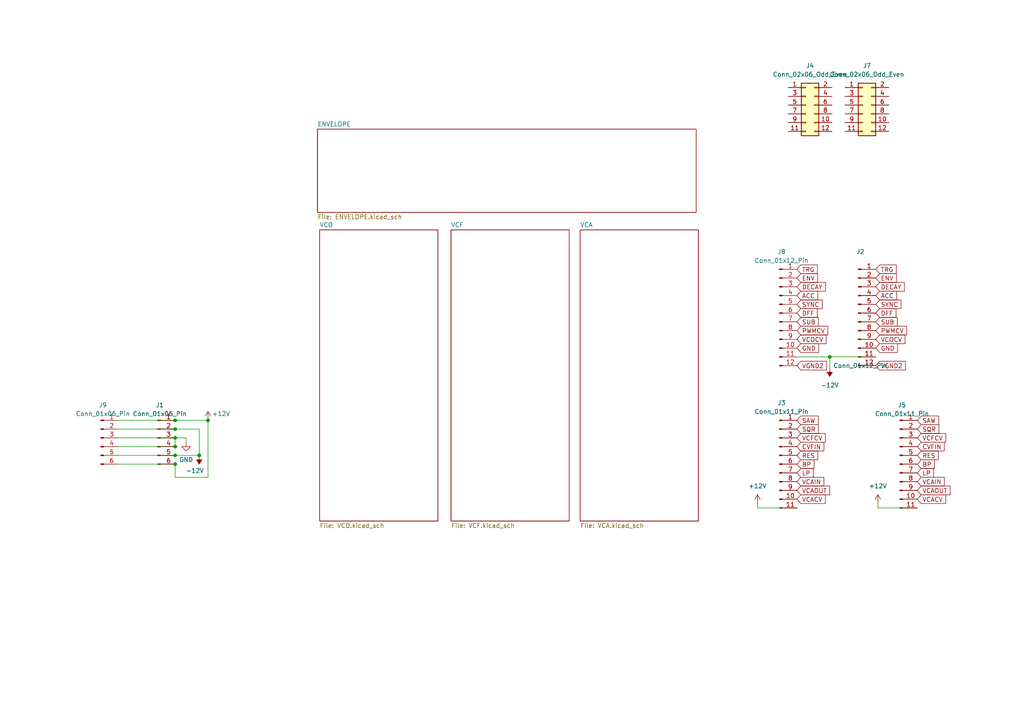
<source format=kicad_sch>
(kicad_sch
	(version 20231120)
	(generator "eeschema")
	(generator_version "8.0")
	(uuid "36b978dd-1fd4-4588-80ff-65fc893d96df")
	(paper "A4")
	(lib_symbols
		(symbol "Connector:Conn_01x06_Pin"
			(pin_names
				(offset 1.016) hide)
			(exclude_from_sim no)
			(in_bom yes)
			(on_board yes)
			(property "Reference" "J"
				(at 0 7.62 0)
				(effects
					(font
						(size 1.27 1.27)
					)
				)
			)
			(property "Value" "Conn_01x06_Pin"
				(at 0 -10.16 0)
				(effects
					(font
						(size 1.27 1.27)
					)
				)
			)
			(property "Footprint" ""
				(at 0 0 0)
				(effects
					(font
						(size 1.27 1.27)
					)
					(hide yes)
				)
			)
			(property "Datasheet" "~"
				(at 0 0 0)
				(effects
					(font
						(size 1.27 1.27)
					)
					(hide yes)
				)
			)
			(property "Description" "Generic connector, single row, 01x06, script generated"
				(at 0 0 0)
				(effects
					(font
						(size 1.27 1.27)
					)
					(hide yes)
				)
			)
			(property "ki_locked" ""
				(at 0 0 0)
				(effects
					(font
						(size 1.27 1.27)
					)
				)
			)
			(property "ki_keywords" "connector"
				(at 0 0 0)
				(effects
					(font
						(size 1.27 1.27)
					)
					(hide yes)
				)
			)
			(property "ki_fp_filters" "Connector*:*_1x??_*"
				(at 0 0 0)
				(effects
					(font
						(size 1.27 1.27)
					)
					(hide yes)
				)
			)
			(symbol "Conn_01x06_Pin_1_1"
				(polyline
					(pts
						(xy 1.27 -7.62) (xy 0.8636 -7.62)
					)
					(stroke
						(width 0.1524)
						(type default)
					)
					(fill
						(type none)
					)
				)
				(polyline
					(pts
						(xy 1.27 -5.08) (xy 0.8636 -5.08)
					)
					(stroke
						(width 0.1524)
						(type default)
					)
					(fill
						(type none)
					)
				)
				(polyline
					(pts
						(xy 1.27 -2.54) (xy 0.8636 -2.54)
					)
					(stroke
						(width 0.1524)
						(type default)
					)
					(fill
						(type none)
					)
				)
				(polyline
					(pts
						(xy 1.27 0) (xy 0.8636 0)
					)
					(stroke
						(width 0.1524)
						(type default)
					)
					(fill
						(type none)
					)
				)
				(polyline
					(pts
						(xy 1.27 2.54) (xy 0.8636 2.54)
					)
					(stroke
						(width 0.1524)
						(type default)
					)
					(fill
						(type none)
					)
				)
				(polyline
					(pts
						(xy 1.27 5.08) (xy 0.8636 5.08)
					)
					(stroke
						(width 0.1524)
						(type default)
					)
					(fill
						(type none)
					)
				)
				(rectangle
					(start 0.8636 -7.493)
					(end 0 -7.747)
					(stroke
						(width 0.1524)
						(type default)
					)
					(fill
						(type outline)
					)
				)
				(rectangle
					(start 0.8636 -4.953)
					(end 0 -5.207)
					(stroke
						(width 0.1524)
						(type default)
					)
					(fill
						(type outline)
					)
				)
				(rectangle
					(start 0.8636 -2.413)
					(end 0 -2.667)
					(stroke
						(width 0.1524)
						(type default)
					)
					(fill
						(type outline)
					)
				)
				(rectangle
					(start 0.8636 0.127)
					(end 0 -0.127)
					(stroke
						(width 0.1524)
						(type default)
					)
					(fill
						(type outline)
					)
				)
				(rectangle
					(start 0.8636 2.667)
					(end 0 2.413)
					(stroke
						(width 0.1524)
						(type default)
					)
					(fill
						(type outline)
					)
				)
				(rectangle
					(start 0.8636 5.207)
					(end 0 4.953)
					(stroke
						(width 0.1524)
						(type default)
					)
					(fill
						(type outline)
					)
				)
				(pin passive line
					(at 5.08 5.08 180)
					(length 3.81)
					(name "Pin_1"
						(effects
							(font
								(size 1.27 1.27)
							)
						)
					)
					(number "1"
						(effects
							(font
								(size 1.27 1.27)
							)
						)
					)
				)
				(pin passive line
					(at 5.08 2.54 180)
					(length 3.81)
					(name "Pin_2"
						(effects
							(font
								(size 1.27 1.27)
							)
						)
					)
					(number "2"
						(effects
							(font
								(size 1.27 1.27)
							)
						)
					)
				)
				(pin passive line
					(at 5.08 0 180)
					(length 3.81)
					(name "Pin_3"
						(effects
							(font
								(size 1.27 1.27)
							)
						)
					)
					(number "3"
						(effects
							(font
								(size 1.27 1.27)
							)
						)
					)
				)
				(pin passive line
					(at 5.08 -2.54 180)
					(length 3.81)
					(name "Pin_4"
						(effects
							(font
								(size 1.27 1.27)
							)
						)
					)
					(number "4"
						(effects
							(font
								(size 1.27 1.27)
							)
						)
					)
				)
				(pin passive line
					(at 5.08 -5.08 180)
					(length 3.81)
					(name "Pin_5"
						(effects
							(font
								(size 1.27 1.27)
							)
						)
					)
					(number "5"
						(effects
							(font
								(size 1.27 1.27)
							)
						)
					)
				)
				(pin passive line
					(at 5.08 -7.62 180)
					(length 3.81)
					(name "Pin_6"
						(effects
							(font
								(size 1.27 1.27)
							)
						)
					)
					(number "6"
						(effects
							(font
								(size 1.27 1.27)
							)
						)
					)
				)
			)
		)
		(symbol "Connector:Conn_01x11_Pin"
			(pin_names
				(offset 1.016) hide)
			(exclude_from_sim no)
			(in_bom yes)
			(on_board yes)
			(property "Reference" "J"
				(at 0 15.24 0)
				(effects
					(font
						(size 1.27 1.27)
					)
				)
			)
			(property "Value" "Conn_01x11_Pin"
				(at 0 -15.24 0)
				(effects
					(font
						(size 1.27 1.27)
					)
				)
			)
			(property "Footprint" ""
				(at 0 0 0)
				(effects
					(font
						(size 1.27 1.27)
					)
					(hide yes)
				)
			)
			(property "Datasheet" "~"
				(at 0 0 0)
				(effects
					(font
						(size 1.27 1.27)
					)
					(hide yes)
				)
			)
			(property "Description" "Generic connector, single row, 01x11, script generated"
				(at 0 0 0)
				(effects
					(font
						(size 1.27 1.27)
					)
					(hide yes)
				)
			)
			(property "ki_locked" ""
				(at 0 0 0)
				(effects
					(font
						(size 1.27 1.27)
					)
				)
			)
			(property "ki_keywords" "connector"
				(at 0 0 0)
				(effects
					(font
						(size 1.27 1.27)
					)
					(hide yes)
				)
			)
			(property "ki_fp_filters" "Connector*:*_1x??_*"
				(at 0 0 0)
				(effects
					(font
						(size 1.27 1.27)
					)
					(hide yes)
				)
			)
			(symbol "Conn_01x11_Pin_1_1"
				(polyline
					(pts
						(xy 1.27 -12.7) (xy 0.8636 -12.7)
					)
					(stroke
						(width 0.1524)
						(type default)
					)
					(fill
						(type none)
					)
				)
				(polyline
					(pts
						(xy 1.27 -10.16) (xy 0.8636 -10.16)
					)
					(stroke
						(width 0.1524)
						(type default)
					)
					(fill
						(type none)
					)
				)
				(polyline
					(pts
						(xy 1.27 -7.62) (xy 0.8636 -7.62)
					)
					(stroke
						(width 0.1524)
						(type default)
					)
					(fill
						(type none)
					)
				)
				(polyline
					(pts
						(xy 1.27 -5.08) (xy 0.8636 -5.08)
					)
					(stroke
						(width 0.1524)
						(type default)
					)
					(fill
						(type none)
					)
				)
				(polyline
					(pts
						(xy 1.27 -2.54) (xy 0.8636 -2.54)
					)
					(stroke
						(width 0.1524)
						(type default)
					)
					(fill
						(type none)
					)
				)
				(polyline
					(pts
						(xy 1.27 0) (xy 0.8636 0)
					)
					(stroke
						(width 0.1524)
						(type default)
					)
					(fill
						(type none)
					)
				)
				(polyline
					(pts
						(xy 1.27 2.54) (xy 0.8636 2.54)
					)
					(stroke
						(width 0.1524)
						(type default)
					)
					(fill
						(type none)
					)
				)
				(polyline
					(pts
						(xy 1.27 5.08) (xy 0.8636 5.08)
					)
					(stroke
						(width 0.1524)
						(type default)
					)
					(fill
						(type none)
					)
				)
				(polyline
					(pts
						(xy 1.27 7.62) (xy 0.8636 7.62)
					)
					(stroke
						(width 0.1524)
						(type default)
					)
					(fill
						(type none)
					)
				)
				(polyline
					(pts
						(xy 1.27 10.16) (xy 0.8636 10.16)
					)
					(stroke
						(width 0.1524)
						(type default)
					)
					(fill
						(type none)
					)
				)
				(polyline
					(pts
						(xy 1.27 12.7) (xy 0.8636 12.7)
					)
					(stroke
						(width 0.1524)
						(type default)
					)
					(fill
						(type none)
					)
				)
				(rectangle
					(start 0.8636 -12.573)
					(end 0 -12.827)
					(stroke
						(width 0.1524)
						(type default)
					)
					(fill
						(type outline)
					)
				)
				(rectangle
					(start 0.8636 -10.033)
					(end 0 -10.287)
					(stroke
						(width 0.1524)
						(type default)
					)
					(fill
						(type outline)
					)
				)
				(rectangle
					(start 0.8636 -7.493)
					(end 0 -7.747)
					(stroke
						(width 0.1524)
						(type default)
					)
					(fill
						(type outline)
					)
				)
				(rectangle
					(start 0.8636 -4.953)
					(end 0 -5.207)
					(stroke
						(width 0.1524)
						(type default)
					)
					(fill
						(type outline)
					)
				)
				(rectangle
					(start 0.8636 -2.413)
					(end 0 -2.667)
					(stroke
						(width 0.1524)
						(type default)
					)
					(fill
						(type outline)
					)
				)
				(rectangle
					(start 0.8636 0.127)
					(end 0 -0.127)
					(stroke
						(width 0.1524)
						(type default)
					)
					(fill
						(type outline)
					)
				)
				(rectangle
					(start 0.8636 2.667)
					(end 0 2.413)
					(stroke
						(width 0.1524)
						(type default)
					)
					(fill
						(type outline)
					)
				)
				(rectangle
					(start 0.8636 5.207)
					(end 0 4.953)
					(stroke
						(width 0.1524)
						(type default)
					)
					(fill
						(type outline)
					)
				)
				(rectangle
					(start 0.8636 7.747)
					(end 0 7.493)
					(stroke
						(width 0.1524)
						(type default)
					)
					(fill
						(type outline)
					)
				)
				(rectangle
					(start 0.8636 10.287)
					(end 0 10.033)
					(stroke
						(width 0.1524)
						(type default)
					)
					(fill
						(type outline)
					)
				)
				(rectangle
					(start 0.8636 12.827)
					(end 0 12.573)
					(stroke
						(width 0.1524)
						(type default)
					)
					(fill
						(type outline)
					)
				)
				(pin passive line
					(at 5.08 12.7 180)
					(length 3.81)
					(name "Pin_1"
						(effects
							(font
								(size 1.27 1.27)
							)
						)
					)
					(number "1"
						(effects
							(font
								(size 1.27 1.27)
							)
						)
					)
				)
				(pin passive line
					(at 5.08 -10.16 180)
					(length 3.81)
					(name "Pin_10"
						(effects
							(font
								(size 1.27 1.27)
							)
						)
					)
					(number "10"
						(effects
							(font
								(size 1.27 1.27)
							)
						)
					)
				)
				(pin passive line
					(at 5.08 -12.7 180)
					(length 3.81)
					(name "Pin_11"
						(effects
							(font
								(size 1.27 1.27)
							)
						)
					)
					(number "11"
						(effects
							(font
								(size 1.27 1.27)
							)
						)
					)
				)
				(pin passive line
					(at 5.08 10.16 180)
					(length 3.81)
					(name "Pin_2"
						(effects
							(font
								(size 1.27 1.27)
							)
						)
					)
					(number "2"
						(effects
							(font
								(size 1.27 1.27)
							)
						)
					)
				)
				(pin passive line
					(at 5.08 7.62 180)
					(length 3.81)
					(name "Pin_3"
						(effects
							(font
								(size 1.27 1.27)
							)
						)
					)
					(number "3"
						(effects
							(font
								(size 1.27 1.27)
							)
						)
					)
				)
				(pin passive line
					(at 5.08 5.08 180)
					(length 3.81)
					(name "Pin_4"
						(effects
							(font
								(size 1.27 1.27)
							)
						)
					)
					(number "4"
						(effects
							(font
								(size 1.27 1.27)
							)
						)
					)
				)
				(pin passive line
					(at 5.08 2.54 180)
					(length 3.81)
					(name "Pin_5"
						(effects
							(font
								(size 1.27 1.27)
							)
						)
					)
					(number "5"
						(effects
							(font
								(size 1.27 1.27)
							)
						)
					)
				)
				(pin passive line
					(at 5.08 0 180)
					(length 3.81)
					(name "Pin_6"
						(effects
							(font
								(size 1.27 1.27)
							)
						)
					)
					(number "6"
						(effects
							(font
								(size 1.27 1.27)
							)
						)
					)
				)
				(pin passive line
					(at 5.08 -2.54 180)
					(length 3.81)
					(name "Pin_7"
						(effects
							(font
								(size 1.27 1.27)
							)
						)
					)
					(number "7"
						(effects
							(font
								(size 1.27 1.27)
							)
						)
					)
				)
				(pin passive line
					(at 5.08 -5.08 180)
					(length 3.81)
					(name "Pin_8"
						(effects
							(font
								(size 1.27 1.27)
							)
						)
					)
					(number "8"
						(effects
							(font
								(size 1.27 1.27)
							)
						)
					)
				)
				(pin passive line
					(at 5.08 -7.62 180)
					(length 3.81)
					(name "Pin_9"
						(effects
							(font
								(size 1.27 1.27)
							)
						)
					)
					(number "9"
						(effects
							(font
								(size 1.27 1.27)
							)
						)
					)
				)
			)
		)
		(symbol "Connector:Conn_01x12_Pin"
			(pin_names
				(offset 1.016) hide)
			(exclude_from_sim no)
			(in_bom yes)
			(on_board yes)
			(property "Reference" "J"
				(at 0 15.24 0)
				(effects
					(font
						(size 1.27 1.27)
					)
				)
			)
			(property "Value" "Conn_01x12_Pin"
				(at 0 -17.78 0)
				(effects
					(font
						(size 1.27 1.27)
					)
				)
			)
			(property "Footprint" ""
				(at 0 0 0)
				(effects
					(font
						(size 1.27 1.27)
					)
					(hide yes)
				)
			)
			(property "Datasheet" "~"
				(at 0 0 0)
				(effects
					(font
						(size 1.27 1.27)
					)
					(hide yes)
				)
			)
			(property "Description" "Generic connector, single row, 01x12, script generated"
				(at 0 0 0)
				(effects
					(font
						(size 1.27 1.27)
					)
					(hide yes)
				)
			)
			(property "ki_locked" ""
				(at 0 0 0)
				(effects
					(font
						(size 1.27 1.27)
					)
				)
			)
			(property "ki_keywords" "connector"
				(at 0 0 0)
				(effects
					(font
						(size 1.27 1.27)
					)
					(hide yes)
				)
			)
			(property "ki_fp_filters" "Connector*:*_1x??_*"
				(at 0 0 0)
				(effects
					(font
						(size 1.27 1.27)
					)
					(hide yes)
				)
			)
			(symbol "Conn_01x12_Pin_1_1"
				(polyline
					(pts
						(xy 1.27 -15.24) (xy 0.8636 -15.24)
					)
					(stroke
						(width 0.1524)
						(type default)
					)
					(fill
						(type none)
					)
				)
				(polyline
					(pts
						(xy 1.27 -12.7) (xy 0.8636 -12.7)
					)
					(stroke
						(width 0.1524)
						(type default)
					)
					(fill
						(type none)
					)
				)
				(polyline
					(pts
						(xy 1.27 -10.16) (xy 0.8636 -10.16)
					)
					(stroke
						(width 0.1524)
						(type default)
					)
					(fill
						(type none)
					)
				)
				(polyline
					(pts
						(xy 1.27 -7.62) (xy 0.8636 -7.62)
					)
					(stroke
						(width 0.1524)
						(type default)
					)
					(fill
						(type none)
					)
				)
				(polyline
					(pts
						(xy 1.27 -5.08) (xy 0.8636 -5.08)
					)
					(stroke
						(width 0.1524)
						(type default)
					)
					(fill
						(type none)
					)
				)
				(polyline
					(pts
						(xy 1.27 -2.54) (xy 0.8636 -2.54)
					)
					(stroke
						(width 0.1524)
						(type default)
					)
					(fill
						(type none)
					)
				)
				(polyline
					(pts
						(xy 1.27 0) (xy 0.8636 0)
					)
					(stroke
						(width 0.1524)
						(type default)
					)
					(fill
						(type none)
					)
				)
				(polyline
					(pts
						(xy 1.27 2.54) (xy 0.8636 2.54)
					)
					(stroke
						(width 0.1524)
						(type default)
					)
					(fill
						(type none)
					)
				)
				(polyline
					(pts
						(xy 1.27 5.08) (xy 0.8636 5.08)
					)
					(stroke
						(width 0.1524)
						(type default)
					)
					(fill
						(type none)
					)
				)
				(polyline
					(pts
						(xy 1.27 7.62) (xy 0.8636 7.62)
					)
					(stroke
						(width 0.1524)
						(type default)
					)
					(fill
						(type none)
					)
				)
				(polyline
					(pts
						(xy 1.27 10.16) (xy 0.8636 10.16)
					)
					(stroke
						(width 0.1524)
						(type default)
					)
					(fill
						(type none)
					)
				)
				(polyline
					(pts
						(xy 1.27 12.7) (xy 0.8636 12.7)
					)
					(stroke
						(width 0.1524)
						(type default)
					)
					(fill
						(type none)
					)
				)
				(rectangle
					(start 0.8636 -15.113)
					(end 0 -15.367)
					(stroke
						(width 0.1524)
						(type default)
					)
					(fill
						(type outline)
					)
				)
				(rectangle
					(start 0.8636 -12.573)
					(end 0 -12.827)
					(stroke
						(width 0.1524)
						(type default)
					)
					(fill
						(type outline)
					)
				)
				(rectangle
					(start 0.8636 -10.033)
					(end 0 -10.287)
					(stroke
						(width 0.1524)
						(type default)
					)
					(fill
						(type outline)
					)
				)
				(rectangle
					(start 0.8636 -7.493)
					(end 0 -7.747)
					(stroke
						(width 0.1524)
						(type default)
					)
					(fill
						(type outline)
					)
				)
				(rectangle
					(start 0.8636 -4.953)
					(end 0 -5.207)
					(stroke
						(width 0.1524)
						(type default)
					)
					(fill
						(type outline)
					)
				)
				(rectangle
					(start 0.8636 -2.413)
					(end 0 -2.667)
					(stroke
						(width 0.1524)
						(type default)
					)
					(fill
						(type outline)
					)
				)
				(rectangle
					(start 0.8636 0.127)
					(end 0 -0.127)
					(stroke
						(width 0.1524)
						(type default)
					)
					(fill
						(type outline)
					)
				)
				(rectangle
					(start 0.8636 2.667)
					(end 0 2.413)
					(stroke
						(width 0.1524)
						(type default)
					)
					(fill
						(type outline)
					)
				)
				(rectangle
					(start 0.8636 5.207)
					(end 0 4.953)
					(stroke
						(width 0.1524)
						(type default)
					)
					(fill
						(type outline)
					)
				)
				(rectangle
					(start 0.8636 7.747)
					(end 0 7.493)
					(stroke
						(width 0.1524)
						(type default)
					)
					(fill
						(type outline)
					)
				)
				(rectangle
					(start 0.8636 10.287)
					(end 0 10.033)
					(stroke
						(width 0.1524)
						(type default)
					)
					(fill
						(type outline)
					)
				)
				(rectangle
					(start 0.8636 12.827)
					(end 0 12.573)
					(stroke
						(width 0.1524)
						(type default)
					)
					(fill
						(type outline)
					)
				)
				(pin passive line
					(at 5.08 12.7 180)
					(length 3.81)
					(name "Pin_1"
						(effects
							(font
								(size 1.27 1.27)
							)
						)
					)
					(number "1"
						(effects
							(font
								(size 1.27 1.27)
							)
						)
					)
				)
				(pin passive line
					(at 5.08 -10.16 180)
					(length 3.81)
					(name "Pin_10"
						(effects
							(font
								(size 1.27 1.27)
							)
						)
					)
					(number "10"
						(effects
							(font
								(size 1.27 1.27)
							)
						)
					)
				)
				(pin passive line
					(at 5.08 -12.7 180)
					(length 3.81)
					(name "Pin_11"
						(effects
							(font
								(size 1.27 1.27)
							)
						)
					)
					(number "11"
						(effects
							(font
								(size 1.27 1.27)
							)
						)
					)
				)
				(pin passive line
					(at 5.08 -15.24 180)
					(length 3.81)
					(name "Pin_12"
						(effects
							(font
								(size 1.27 1.27)
							)
						)
					)
					(number "12"
						(effects
							(font
								(size 1.27 1.27)
							)
						)
					)
				)
				(pin passive line
					(at 5.08 10.16 180)
					(length 3.81)
					(name "Pin_2"
						(effects
							(font
								(size 1.27 1.27)
							)
						)
					)
					(number "2"
						(effects
							(font
								(size 1.27 1.27)
							)
						)
					)
				)
				(pin passive line
					(at 5.08 7.62 180)
					(length 3.81)
					(name "Pin_3"
						(effects
							(font
								(size 1.27 1.27)
							)
						)
					)
					(number "3"
						(effects
							(font
								(size 1.27 1.27)
							)
						)
					)
				)
				(pin passive line
					(at 5.08 5.08 180)
					(length 3.81)
					(name "Pin_4"
						(effects
							(font
								(size 1.27 1.27)
							)
						)
					)
					(number "4"
						(effects
							(font
								(size 1.27 1.27)
							)
						)
					)
				)
				(pin passive line
					(at 5.08 2.54 180)
					(length 3.81)
					(name "Pin_5"
						(effects
							(font
								(size 1.27 1.27)
							)
						)
					)
					(number "5"
						(effects
							(font
								(size 1.27 1.27)
							)
						)
					)
				)
				(pin passive line
					(at 5.08 0 180)
					(length 3.81)
					(name "Pin_6"
						(effects
							(font
								(size 1.27 1.27)
							)
						)
					)
					(number "6"
						(effects
							(font
								(size 1.27 1.27)
							)
						)
					)
				)
				(pin passive line
					(at 5.08 -2.54 180)
					(length 3.81)
					(name "Pin_7"
						(effects
							(font
								(size 1.27 1.27)
							)
						)
					)
					(number "7"
						(effects
							(font
								(size 1.27 1.27)
							)
						)
					)
				)
				(pin passive line
					(at 5.08 -5.08 180)
					(length 3.81)
					(name "Pin_8"
						(effects
							(font
								(size 1.27 1.27)
							)
						)
					)
					(number "8"
						(effects
							(font
								(size 1.27 1.27)
							)
						)
					)
				)
				(pin passive line
					(at 5.08 -7.62 180)
					(length 3.81)
					(name "Pin_9"
						(effects
							(font
								(size 1.27 1.27)
							)
						)
					)
					(number "9"
						(effects
							(font
								(size 1.27 1.27)
							)
						)
					)
				)
			)
		)
		(symbol "Connector_Generic:Conn_02x06_Odd_Even"
			(pin_names
				(offset 1.016) hide)
			(exclude_from_sim no)
			(in_bom yes)
			(on_board yes)
			(property "Reference" "J"
				(at 1.27 7.62 0)
				(effects
					(font
						(size 1.27 1.27)
					)
				)
			)
			(property "Value" "Conn_02x06_Odd_Even"
				(at 1.27 -10.16 0)
				(effects
					(font
						(size 1.27 1.27)
					)
				)
			)
			(property "Footprint" ""
				(at 0 0 0)
				(effects
					(font
						(size 1.27 1.27)
					)
					(hide yes)
				)
			)
			(property "Datasheet" "~"
				(at 0 0 0)
				(effects
					(font
						(size 1.27 1.27)
					)
					(hide yes)
				)
			)
			(property "Description" "Generic connector, double row, 02x06, odd/even pin numbering scheme (row 1 odd numbers, row 2 even numbers), script generated (kicad-library-utils/schlib/autogen/connector/)"
				(at 0 0 0)
				(effects
					(font
						(size 1.27 1.27)
					)
					(hide yes)
				)
			)
			(property "ki_keywords" "connector"
				(at 0 0 0)
				(effects
					(font
						(size 1.27 1.27)
					)
					(hide yes)
				)
			)
			(property "ki_fp_filters" "Connector*:*_2x??_*"
				(at 0 0 0)
				(effects
					(font
						(size 1.27 1.27)
					)
					(hide yes)
				)
			)
			(symbol "Conn_02x06_Odd_Even_1_1"
				(rectangle
					(start -1.27 -7.493)
					(end 0 -7.747)
					(stroke
						(width 0.1524)
						(type default)
					)
					(fill
						(type none)
					)
				)
				(rectangle
					(start -1.27 -4.953)
					(end 0 -5.207)
					(stroke
						(width 0.1524)
						(type default)
					)
					(fill
						(type none)
					)
				)
				(rectangle
					(start -1.27 -2.413)
					(end 0 -2.667)
					(stroke
						(width 0.1524)
						(type default)
					)
					(fill
						(type none)
					)
				)
				(rectangle
					(start -1.27 0.127)
					(end 0 -0.127)
					(stroke
						(width 0.1524)
						(type default)
					)
					(fill
						(type none)
					)
				)
				(rectangle
					(start -1.27 2.667)
					(end 0 2.413)
					(stroke
						(width 0.1524)
						(type default)
					)
					(fill
						(type none)
					)
				)
				(rectangle
					(start -1.27 5.207)
					(end 0 4.953)
					(stroke
						(width 0.1524)
						(type default)
					)
					(fill
						(type none)
					)
				)
				(rectangle
					(start -1.27 6.35)
					(end 3.81 -8.89)
					(stroke
						(width 0.254)
						(type default)
					)
					(fill
						(type background)
					)
				)
				(rectangle
					(start 3.81 -7.493)
					(end 2.54 -7.747)
					(stroke
						(width 0.1524)
						(type default)
					)
					(fill
						(type none)
					)
				)
				(rectangle
					(start 3.81 -4.953)
					(end 2.54 -5.207)
					(stroke
						(width 0.1524)
						(type default)
					)
					(fill
						(type none)
					)
				)
				(rectangle
					(start 3.81 -2.413)
					(end 2.54 -2.667)
					(stroke
						(width 0.1524)
						(type default)
					)
					(fill
						(type none)
					)
				)
				(rectangle
					(start 3.81 0.127)
					(end 2.54 -0.127)
					(stroke
						(width 0.1524)
						(type default)
					)
					(fill
						(type none)
					)
				)
				(rectangle
					(start 3.81 2.667)
					(end 2.54 2.413)
					(stroke
						(width 0.1524)
						(type default)
					)
					(fill
						(type none)
					)
				)
				(rectangle
					(start 3.81 5.207)
					(end 2.54 4.953)
					(stroke
						(width 0.1524)
						(type default)
					)
					(fill
						(type none)
					)
				)
				(pin passive line
					(at -5.08 5.08 0)
					(length 3.81)
					(name "Pin_1"
						(effects
							(font
								(size 1.27 1.27)
							)
						)
					)
					(number "1"
						(effects
							(font
								(size 1.27 1.27)
							)
						)
					)
				)
				(pin passive line
					(at 7.62 -5.08 180)
					(length 3.81)
					(name "Pin_10"
						(effects
							(font
								(size 1.27 1.27)
							)
						)
					)
					(number "10"
						(effects
							(font
								(size 1.27 1.27)
							)
						)
					)
				)
				(pin passive line
					(at -5.08 -7.62 0)
					(length 3.81)
					(name "Pin_11"
						(effects
							(font
								(size 1.27 1.27)
							)
						)
					)
					(number "11"
						(effects
							(font
								(size 1.27 1.27)
							)
						)
					)
				)
				(pin passive line
					(at 7.62 -7.62 180)
					(length 3.81)
					(name "Pin_12"
						(effects
							(font
								(size 1.27 1.27)
							)
						)
					)
					(number "12"
						(effects
							(font
								(size 1.27 1.27)
							)
						)
					)
				)
				(pin passive line
					(at 7.62 5.08 180)
					(length 3.81)
					(name "Pin_2"
						(effects
							(font
								(size 1.27 1.27)
							)
						)
					)
					(number "2"
						(effects
							(font
								(size 1.27 1.27)
							)
						)
					)
				)
				(pin passive line
					(at -5.08 2.54 0)
					(length 3.81)
					(name "Pin_3"
						(effects
							(font
								(size 1.27 1.27)
							)
						)
					)
					(number "3"
						(effects
							(font
								(size 1.27 1.27)
							)
						)
					)
				)
				(pin passive line
					(at 7.62 2.54 180)
					(length 3.81)
					(name "Pin_4"
						(effects
							(font
								(size 1.27 1.27)
							)
						)
					)
					(number "4"
						(effects
							(font
								(size 1.27 1.27)
							)
						)
					)
				)
				(pin passive line
					(at -5.08 0 0)
					(length 3.81)
					(name "Pin_5"
						(effects
							(font
								(size 1.27 1.27)
							)
						)
					)
					(number "5"
						(effects
							(font
								(size 1.27 1.27)
							)
						)
					)
				)
				(pin passive line
					(at 7.62 0 180)
					(length 3.81)
					(name "Pin_6"
						(effects
							(font
								(size 1.27 1.27)
							)
						)
					)
					(number "6"
						(effects
							(font
								(size 1.27 1.27)
							)
						)
					)
				)
				(pin passive line
					(at -5.08 -2.54 0)
					(length 3.81)
					(name "Pin_7"
						(effects
							(font
								(size 1.27 1.27)
							)
						)
					)
					(number "7"
						(effects
							(font
								(size 1.27 1.27)
							)
						)
					)
				)
				(pin passive line
					(at 7.62 -2.54 180)
					(length 3.81)
					(name "Pin_8"
						(effects
							(font
								(size 1.27 1.27)
							)
						)
					)
					(number "8"
						(effects
							(font
								(size 1.27 1.27)
							)
						)
					)
				)
				(pin passive line
					(at -5.08 -5.08 0)
					(length 3.81)
					(name "Pin_9"
						(effects
							(font
								(size 1.27 1.27)
							)
						)
					)
					(number "9"
						(effects
							(font
								(size 1.27 1.27)
							)
						)
					)
				)
			)
		)
		(symbol "power:+12V"
			(power)
			(pin_names
				(offset 0)
			)
			(exclude_from_sim no)
			(in_bom yes)
			(on_board yes)
			(property "Reference" "#PWR"
				(at 0 -3.81 0)
				(effects
					(font
						(size 1.27 1.27)
					)
					(hide yes)
				)
			)
			(property "Value" "+12V"
				(at 0 3.556 0)
				(effects
					(font
						(size 1.27 1.27)
					)
				)
			)
			(property "Footprint" ""
				(at 0 0 0)
				(effects
					(font
						(size 1.27 1.27)
					)
					(hide yes)
				)
			)
			(property "Datasheet" ""
				(at 0 0 0)
				(effects
					(font
						(size 1.27 1.27)
					)
					(hide yes)
				)
			)
			(property "Description" "Power symbol creates a global label with name \"+12V\""
				(at 0 0 0)
				(effects
					(font
						(size 1.27 1.27)
					)
					(hide yes)
				)
			)
			(property "ki_keywords" "global power"
				(at 0 0 0)
				(effects
					(font
						(size 1.27 1.27)
					)
					(hide yes)
				)
			)
			(symbol "+12V_0_1"
				(polyline
					(pts
						(xy -0.762 1.27) (xy 0 2.54)
					)
					(stroke
						(width 0)
						(type default)
					)
					(fill
						(type none)
					)
				)
				(polyline
					(pts
						(xy 0 0) (xy 0 2.54)
					)
					(stroke
						(width 0)
						(type default)
					)
					(fill
						(type none)
					)
				)
				(polyline
					(pts
						(xy 0 2.54) (xy 0.762 1.27)
					)
					(stroke
						(width 0)
						(type default)
					)
					(fill
						(type none)
					)
				)
			)
			(symbol "+12V_1_1"
				(pin power_in line
					(at 0 0 90)
					(length 0) hide
					(name "+12V"
						(effects
							(font
								(size 1.27 1.27)
							)
						)
					)
					(number "1"
						(effects
							(font
								(size 1.27 1.27)
							)
						)
					)
				)
			)
		)
		(symbol "power:-12V"
			(power)
			(pin_names
				(offset 0)
			)
			(exclude_from_sim no)
			(in_bom yes)
			(on_board yes)
			(property "Reference" "#PWR"
				(at 0 2.54 0)
				(effects
					(font
						(size 1.27 1.27)
					)
					(hide yes)
				)
			)
			(property "Value" "-12V"
				(at 0 3.81 0)
				(effects
					(font
						(size 1.27 1.27)
					)
				)
			)
			(property "Footprint" ""
				(at 0 0 0)
				(effects
					(font
						(size 1.27 1.27)
					)
					(hide yes)
				)
			)
			(property "Datasheet" ""
				(at 0 0 0)
				(effects
					(font
						(size 1.27 1.27)
					)
					(hide yes)
				)
			)
			(property "Description" "Power symbol creates a global label with name \"-12V\""
				(at 0 0 0)
				(effects
					(font
						(size 1.27 1.27)
					)
					(hide yes)
				)
			)
			(property "ki_keywords" "global power"
				(at 0 0 0)
				(effects
					(font
						(size 1.27 1.27)
					)
					(hide yes)
				)
			)
			(symbol "-12V_0_0"
				(pin power_in line
					(at 0 0 90)
					(length 0) hide
					(name "-12V"
						(effects
							(font
								(size 1.27 1.27)
							)
						)
					)
					(number "1"
						(effects
							(font
								(size 1.27 1.27)
							)
						)
					)
				)
			)
			(symbol "-12V_0_1"
				(polyline
					(pts
						(xy 0 0) (xy 0 1.27) (xy 0.762 1.27) (xy 0 2.54) (xy -0.762 1.27) (xy 0 1.27)
					)
					(stroke
						(width 0)
						(type default)
					)
					(fill
						(type outline)
					)
				)
			)
		)
		(symbol "power:GND"
			(power)
			(pin_names
				(offset 0)
			)
			(exclude_from_sim no)
			(in_bom yes)
			(on_board yes)
			(property "Reference" "#PWR"
				(at 0 -6.35 0)
				(effects
					(font
						(size 1.27 1.27)
					)
					(hide yes)
				)
			)
			(property "Value" "GND"
				(at 0 -3.81 0)
				(effects
					(font
						(size 1.27 1.27)
					)
				)
			)
			(property "Footprint" ""
				(at 0 0 0)
				(effects
					(font
						(size 1.27 1.27)
					)
					(hide yes)
				)
			)
			(property "Datasheet" ""
				(at 0 0 0)
				(effects
					(font
						(size 1.27 1.27)
					)
					(hide yes)
				)
			)
			(property "Description" "Power symbol creates a global label with name \"GND\" , ground"
				(at 0 0 0)
				(effects
					(font
						(size 1.27 1.27)
					)
					(hide yes)
				)
			)
			(property "ki_keywords" "power-flag"
				(at 0 0 0)
				(effects
					(font
						(size 1.27 1.27)
					)
					(hide yes)
				)
			)
			(symbol "GND_0_1"
				(polyline
					(pts
						(xy 0 0) (xy 0 -1.27) (xy 1.27 -1.27) (xy 0 -2.54) (xy -1.27 -1.27) (xy 0 -1.27)
					)
					(stroke
						(width 0)
						(type default)
					)
					(fill
						(type none)
					)
				)
			)
			(symbol "GND_1_1"
				(pin power_in line
					(at 0 0 270)
					(length 0) hide
					(name "GND"
						(effects
							(font
								(size 1.27 1.27)
							)
						)
					)
					(number "1"
						(effects
							(font
								(size 1.27 1.27)
							)
						)
					)
				)
			)
		)
	)
	(junction
		(at 50.8 127)
		(diameter 0)
		(color 0 0 0 0)
		(uuid "0506cda0-d6a9-40eb-944f-44c64ff1eba4")
	)
	(junction
		(at 57.785 132.08)
		(diameter 0)
		(color 0 0 0 0)
		(uuid "46b016a5-6e45-4b88-b201-1a4133e8e13a")
	)
	(junction
		(at 50.8 129.54)
		(diameter 0)
		(color 0 0 0 0)
		(uuid "4d3a1c31-ac64-4055-91b9-5fe58e19c1fe")
	)
	(junction
		(at 50.8 134.62)
		(diameter 0)
		(color 0 0 0 0)
		(uuid "55ae9adb-29c1-4df0-9be4-f2426ced3073")
	)
	(junction
		(at 50.8 121.92)
		(diameter 0)
		(color 0 0 0 0)
		(uuid "651fd4c9-e6e8-4744-acbb-3d61089b50e6")
	)
	(junction
		(at 240.665 103.505)
		(diameter 0)
		(color 0 0 0 0)
		(uuid "99edb42d-b608-46e6-8262-99132cf538ad")
	)
	(junction
		(at 60.325 121.92)
		(diameter 0)
		(color 0 0 0 0)
		(uuid "c1d79986-1044-4a0c-9767-4a83d2cecc0a")
	)
	(junction
		(at 50.8 124.46)
		(diameter 0)
		(color 0 0 0 0)
		(uuid "d33e2684-6818-4628-a561-003a6bf3bcae")
	)
	(junction
		(at 50.8 132.08)
		(diameter 0)
		(color 0 0 0 0)
		(uuid "e12a369b-e5b0-415c-ba13-5452b07a6613")
	)
	(wire
		(pts
			(xy 219.71 146.05) (xy 219.71 147.32)
		)
		(stroke
			(width 0)
			(type default)
		)
		(uuid "0c4cd882-5535-47ef-8314-325007ae6306")
	)
	(wire
		(pts
			(xy 34.29 124.46) (xy 50.8 124.46)
		)
		(stroke
			(width 0)
			(type default)
		)
		(uuid "0c8241c5-e225-417f-8be8-e2eab93c7de4")
	)
	(wire
		(pts
			(xy 53.975 127) (xy 50.8 127)
		)
		(stroke
			(width 0)
			(type default)
		)
		(uuid "10b27dd1-bfb6-4056-b021-a8729399e56d")
	)
	(wire
		(pts
			(xy 34.29 127) (xy 50.8 127)
		)
		(stroke
			(width 0)
			(type default)
		)
		(uuid "274cec02-6f64-4a62-a522-e749bd6f1228")
	)
	(wire
		(pts
			(xy 34.29 132.08) (xy 50.8 132.08)
		)
		(stroke
			(width 0)
			(type default)
		)
		(uuid "2f8f8f5c-e993-451b-ba97-1fee7f70b307")
	)
	(wire
		(pts
			(xy 50.8 124.46) (xy 57.785 124.46)
		)
		(stroke
			(width 0)
			(type default)
		)
		(uuid "3e2bc315-4f67-4af2-8ec6-15d4abb45060")
	)
	(wire
		(pts
			(xy 50.8 121.92) (xy 60.325 121.92)
		)
		(stroke
			(width 0)
			(type default)
		)
		(uuid "48b4d30e-9ce6-4945-bfc6-db693c61f106")
	)
	(wire
		(pts
			(xy 219.71 147.32) (xy 231.14 147.32)
		)
		(stroke
			(width 0)
			(type default)
		)
		(uuid "4a4c6dd7-7e27-4172-996b-099afd09b334")
	)
	(wire
		(pts
			(xy 57.785 132.08) (xy 57.785 124.46)
		)
		(stroke
			(width 0)
			(type default)
		)
		(uuid "4f4d5707-7e45-4bea-b15d-2784e3fa2383")
	)
	(wire
		(pts
			(xy 50.8 132.08) (xy 57.785 132.08)
		)
		(stroke
			(width 0)
			(type default)
		)
		(uuid "5d9fb4bc-8c3f-4af6-a93a-79268f19f398")
	)
	(wire
		(pts
			(xy 254.635 147.32) (xy 266.065 147.32)
		)
		(stroke
			(width 0)
			(type default)
		)
		(uuid "5e633843-b44c-4162-b975-dc1230e2e059")
	)
	(wire
		(pts
			(xy 50.8 127) (xy 50.8 129.54)
		)
		(stroke
			(width 0)
			(type default)
		)
		(uuid "6dbb550a-5be0-40e5-9ec5-b468ff441fac")
	)
	(wire
		(pts
			(xy 240.665 103.505) (xy 254 103.505)
		)
		(stroke
			(width 0)
			(type default)
		)
		(uuid "7477b429-7f30-4cd0-9f22-1432a9d7d2ac")
	)
	(wire
		(pts
			(xy 254.635 146.05) (xy 254.635 147.32)
		)
		(stroke
			(width 0)
			(type default)
		)
		(uuid "7613f8df-fd37-4b21-8ad3-06534ac3ab44")
	)
	(wire
		(pts
			(xy 34.29 134.62) (xy 50.8 134.62)
		)
		(stroke
			(width 0)
			(type default)
		)
		(uuid "7bd066d2-5f41-45ce-b509-15247dcb92cc")
	)
	(wire
		(pts
			(xy 34.29 129.54) (xy 50.8 129.54)
		)
		(stroke
			(width 0)
			(type default)
		)
		(uuid "8038983e-e366-4227-8183-4fd2b9374985")
	)
	(wire
		(pts
			(xy 240.665 106.68) (xy 240.665 103.505)
		)
		(stroke
			(width 0)
			(type default)
		)
		(uuid "82c365bb-0b00-4b24-986f-5d334ae04371")
	)
	(wire
		(pts
			(xy 60.325 121.92) (xy 60.325 138.43)
		)
		(stroke
			(width 0)
			(type default)
		)
		(uuid "8c3908e7-5058-49d9-b22f-79e28b08fdda")
	)
	(wire
		(pts
			(xy 50.8 138.43) (xy 50.8 134.62)
		)
		(stroke
			(width 0)
			(type default)
		)
		(uuid "9ec87cac-e0af-4924-a407-d71b23fb20f5")
	)
	(wire
		(pts
			(xy 53.975 128.27) (xy 53.975 127)
		)
		(stroke
			(width 0)
			(type default)
		)
		(uuid "b22e8f70-816b-4a1b-bb92-f5cb0d422a54")
	)
	(wire
		(pts
			(xy 60.325 138.43) (xy 50.8 138.43)
		)
		(stroke
			(width 0)
			(type default)
		)
		(uuid "b3730aac-494b-4b21-99e5-21a9fda4ef4a")
	)
	(wire
		(pts
			(xy 34.29 121.92) (xy 50.8 121.92)
		)
		(stroke
			(width 0)
			(type default)
		)
		(uuid "e5402900-c104-4626-a94b-228bf3a0f8d3")
	)
	(wire
		(pts
			(xy 231.14 103.505) (xy 240.665 103.505)
		)
		(stroke
			(width 0)
			(type default)
		)
		(uuid "ed9050ef-b6f6-49f2-aed4-97a90cd73f29")
	)
	(global_label "ENV"
		(shape input)
		(at 254 80.645 0)
		(fields_autoplaced yes)
		(effects
			(font
				(size 1.27 1.27)
			)
			(justify left)
		)
		(uuid "0132e0e8-f57c-4840-b714-e3fefc1adc72")
		(property "Intersheetrefs" "${INTERSHEET_REFS}"
			(at 260.5533 80.645 0)
			(effects
				(font
					(size 1.27 1.27)
				)
				(justify left)
				(hide yes)
			)
		)
	)
	(global_label "VCAIN"
		(shape input)
		(at 266.065 139.7 0)
		(fields_autoplaced yes)
		(effects
			(font
				(size 1.27 1.27)
			)
			(justify left)
		)
		(uuid "0240701b-490a-4ef0-84d9-db18a49a9225")
		(property "Intersheetrefs" "${INTERSHEET_REFS}"
			(at 274.4327 139.7 0)
			(effects
				(font
					(size 1.27 1.27)
				)
				(justify left)
				(hide yes)
			)
		)
	)
	(global_label "SAW"
		(shape input)
		(at 231.14 121.92 0)
		(fields_autoplaced yes)
		(effects
			(font
				(size 1.27 1.27)
			)
			(justify left)
		)
		(uuid "03f09d05-e1d3-4aa6-aa17-a853e8e35141")
		(property "Intersheetrefs" "${INTERSHEET_REFS}"
			(at 237.8747 121.92 0)
			(effects
				(font
					(size 1.27 1.27)
				)
				(justify left)
				(hide yes)
			)
		)
	)
	(global_label "CVFIN"
		(shape input)
		(at 231.14 129.54 0)
		(fields_autoplaced yes)
		(effects
			(font
				(size 1.27 1.27)
			)
			(justify left)
		)
		(uuid "0b5ada65-2f9d-4bef-86f3-0b1def30aeb8")
		(property "Intersheetrefs" "${INTERSHEET_REFS}"
			(at 239.5077 129.54 0)
			(effects
				(font
					(size 1.27 1.27)
				)
				(justify left)
				(hide yes)
			)
		)
	)
	(global_label "VCAOUT"
		(shape input)
		(at 266.065 142.24 0)
		(fields_autoplaced yes)
		(effects
			(font
				(size 1.27 1.27)
			)
			(justify left)
		)
		(uuid "152ad373-f46c-466c-aefb-183dcf3a2241")
		(property "Intersheetrefs" "${INTERSHEET_REFS}"
			(at 276.126 142.24 0)
			(effects
				(font
					(size 1.27 1.27)
				)
				(justify left)
				(hide yes)
			)
		)
	)
	(global_label "CVFIN"
		(shape input)
		(at 266.065 129.54 0)
		(fields_autoplaced yes)
		(effects
			(font
				(size 1.27 1.27)
			)
			(justify left)
		)
		(uuid "1a4cdad0-b62d-41e2-91ce-29d96db46e82")
		(property "Intersheetrefs" "${INTERSHEET_REFS}"
			(at 274.4327 129.54 0)
			(effects
				(font
					(size 1.27 1.27)
				)
				(justify left)
				(hide yes)
			)
		)
	)
	(global_label "PWMCV"
		(shape input)
		(at 254 95.885 0)
		(fields_autoplaced yes)
		(effects
			(font
				(size 1.27 1.27)
			)
			(justify left)
		)
		(uuid "1edab1a9-3cd5-470c-a417-9efcec7f18d1")
		(property "Intersheetrefs" "${INTERSHEET_REFS}"
			(at 263.5166 95.885 0)
			(effects
				(font
					(size 1.27 1.27)
				)
				(justify left)
				(hide yes)
			)
		)
	)
	(global_label "BP"
		(shape input)
		(at 266.065 134.62 0)
		(fields_autoplaced yes)
		(effects
			(font
				(size 1.27 1.27)
			)
			(justify left)
		)
		(uuid "205048f9-e7aa-4aef-a41c-596342af078e")
		(property "Intersheetrefs" "${INTERSHEET_REFS}"
			(at 271.5902 134.62 0)
			(effects
				(font
					(size 1.27 1.27)
				)
				(justify left)
				(hide yes)
			)
		)
	)
	(global_label "DECAY"
		(shape input)
		(at 231.14 83.185 0)
		(fields_autoplaced yes)
		(effects
			(font
				(size 1.27 1.27)
			)
			(justify left)
		)
		(uuid "27fdaecd-6a6f-4abe-9296-79050bc6774a")
		(property "Intersheetrefs" "${INTERSHEET_REFS}"
			(at 239.9914 83.185 0)
			(effects
				(font
					(size 1.27 1.27)
				)
				(justify left)
				(hide yes)
			)
		)
	)
	(global_label "SYNC"
		(shape input)
		(at 254 88.265 0)
		(fields_autoplaced yes)
		(effects
			(font
				(size 1.27 1.27)
			)
			(justify left)
		)
		(uuid "28977823-7c2f-412b-8ec1-c00c14e8b607")
		(property "Intersheetrefs" "${INTERSHEET_REFS}"
			(at 261.8838 88.265 0)
			(effects
				(font
					(size 1.27 1.27)
				)
				(justify left)
				(hide yes)
			)
		)
	)
	(global_label "VGND2"
		(shape input)
		(at 254 106.045 0)
		(fields_autoplaced yes)
		(effects
			(font
				(size 1.27 1.27)
			)
			(justify left)
		)
		(uuid "29131db4-4136-43c7-982c-6da1e1c382eb")
		(property "Intersheetrefs" "${INTERSHEET_REFS}"
			(at 263.1538 106.045 0)
			(effects
				(font
					(size 1.27 1.27)
				)
				(justify left)
				(hide yes)
			)
		)
	)
	(global_label "SUB"
		(shape input)
		(at 231.14 93.345 0)
		(fields_autoplaced yes)
		(effects
			(font
				(size 1.27 1.27)
			)
			(justify left)
		)
		(uuid "36a5e826-d11e-4c06-8c6d-f3e77327e0bc")
		(property "Intersheetrefs" "${INTERSHEET_REFS}"
			(at 237.9352 93.345 0)
			(effects
				(font
					(size 1.27 1.27)
				)
				(justify left)
				(hide yes)
			)
		)
	)
	(global_label "RES"
		(shape input)
		(at 231.14 132.08 0)
		(fields_autoplaced yes)
		(effects
			(font
				(size 1.27 1.27)
			)
			(justify left)
		)
		(uuid "373cf4d8-4156-4f7b-bcc5-a262897486d2")
		(property "Intersheetrefs" "${INTERSHEET_REFS}"
			(at 237.7537 132.08 0)
			(effects
				(font
					(size 1.27 1.27)
				)
				(justify left)
				(hide yes)
			)
		)
	)
	(global_label "DECAY"
		(shape input)
		(at 254 83.185 0)
		(fields_autoplaced yes)
		(effects
			(font
				(size 1.27 1.27)
			)
			(justify left)
		)
		(uuid "37e6d828-e0df-4bd4-aefd-d2a1421669cd")
		(property "Intersheetrefs" "${INTERSHEET_REFS}"
			(at 262.8514 83.185 0)
			(effects
				(font
					(size 1.27 1.27)
				)
				(justify left)
				(hide yes)
			)
		)
	)
	(global_label "PWMCV"
		(shape input)
		(at 231.14 95.885 0)
		(fields_autoplaced yes)
		(effects
			(font
				(size 1.27 1.27)
			)
			(justify left)
		)
		(uuid "391552f8-7f65-418d-80dd-d0130458d06f")
		(property "Intersheetrefs" "${INTERSHEET_REFS}"
			(at 240.6566 95.885 0)
			(effects
				(font
					(size 1.27 1.27)
				)
				(justify left)
				(hide yes)
			)
		)
	)
	(global_label "GND"
		(shape input)
		(at 254 100.965 0)
		(fields_autoplaced yes)
		(effects
			(font
				(size 1.27 1.27)
			)
			(justify left)
		)
		(uuid "3b057f4e-483b-4caf-9e28-b476cb3eec90")
		(property "Intersheetrefs" "${INTERSHEET_REFS}"
			(at 260.8557 100.965 0)
			(effects
				(font
					(size 1.27 1.27)
				)
				(justify left)
				(hide yes)
			)
		)
	)
	(global_label "DFF"
		(shape input)
		(at 231.14 90.805 0)
		(fields_autoplaced yes)
		(effects
			(font
				(size 1.27 1.27)
			)
			(justify left)
		)
		(uuid "40baa9a0-db4b-4411-9333-2e541ac14702")
		(property "Intersheetrefs" "${INTERSHEET_REFS}"
			(at 237.5724 90.805 0)
			(effects
				(font
					(size 1.27 1.27)
				)
				(justify left)
				(hide yes)
			)
		)
	)
	(global_label "VCFCV"
		(shape input)
		(at 231.14 127 0)
		(fields_autoplaced yes)
		(effects
			(font
				(size 1.27 1.27)
			)
			(justify left)
		)
		(uuid "4786b684-17ad-4a4b-9a44-6e61586a2813")
		(property "Intersheetrefs" "${INTERSHEET_REFS}"
			(at 239.931 127 0)
			(effects
				(font
					(size 1.27 1.27)
				)
				(justify left)
				(hide yes)
			)
		)
	)
	(global_label "RES"
		(shape input)
		(at 266.065 132.08 0)
		(fields_autoplaced yes)
		(effects
			(font
				(size 1.27 1.27)
			)
			(justify left)
		)
		(uuid "51d6d0b8-33c0-41ca-9e6e-24eb6ece150e")
		(property "Intersheetrefs" "${INTERSHEET_REFS}"
			(at 272.6787 132.08 0)
			(effects
				(font
					(size 1.27 1.27)
				)
				(justify left)
				(hide yes)
			)
		)
	)
	(global_label "SAW"
		(shape input)
		(at 266.065 121.92 0)
		(fields_autoplaced yes)
		(effects
			(font
				(size 1.27 1.27)
			)
			(justify left)
		)
		(uuid "583ec908-675c-40a6-af31-9c5c78b23577")
		(property "Intersheetrefs" "${INTERSHEET_REFS}"
			(at 272.7997 121.92 0)
			(effects
				(font
					(size 1.27 1.27)
				)
				(justify left)
				(hide yes)
			)
		)
	)
	(global_label "VCFCV"
		(shape input)
		(at 266.065 127 0)
		(fields_autoplaced yes)
		(effects
			(font
				(size 1.27 1.27)
			)
			(justify left)
		)
		(uuid "749861bf-c68c-4355-a3a0-ba1a461cadd4")
		(property "Intersheetrefs" "${INTERSHEET_REFS}"
			(at 274.856 127 0)
			(effects
				(font
					(size 1.27 1.27)
				)
				(justify left)
				(hide yes)
			)
		)
	)
	(global_label "ENV"
		(shape input)
		(at 231.14 80.645 0)
		(fields_autoplaced yes)
		(effects
			(font
				(size 1.27 1.27)
			)
			(justify left)
		)
		(uuid "7e39a784-7894-44bc-a479-fe2221b252c6")
		(property "Intersheetrefs" "${INTERSHEET_REFS}"
			(at 237.6933 80.645 0)
			(effects
				(font
					(size 1.27 1.27)
				)
				(justify left)
				(hide yes)
			)
		)
	)
	(global_label "GND"
		(shape input)
		(at 231.14 100.965 0)
		(fields_autoplaced yes)
		(effects
			(font
				(size 1.27 1.27)
			)
			(justify left)
		)
		(uuid "85dbb179-a224-408b-ade9-0e9d50d2465c")
		(property "Intersheetrefs" "${INTERSHEET_REFS}"
			(at 237.9957 100.965 0)
			(effects
				(font
					(size 1.27 1.27)
				)
				(justify left)
				(hide yes)
			)
		)
	)
	(global_label "SQR"
		(shape input)
		(at 266.065 124.46 0)
		(fields_autoplaced yes)
		(effects
			(font
				(size 1.27 1.27)
			)
			(justify left)
		)
		(uuid "938bccbf-ca35-4437-bce6-a46d09d458e0")
		(property "Intersheetrefs" "${INTERSHEET_REFS}"
			(at 272.8602 124.46 0)
			(effects
				(font
					(size 1.27 1.27)
				)
				(justify left)
				(hide yes)
			)
		)
	)
	(global_label "VCACV"
		(shape input)
		(at 266.065 144.78 0)
		(fields_autoplaced yes)
		(effects
			(font
				(size 1.27 1.27)
			)
			(justify left)
		)
		(uuid "97b7f0b1-d2cf-4f29-aa5a-8c25f7565c61")
		(property "Intersheetrefs" "${INTERSHEET_REFS}"
			(at 274.856 144.78 0)
			(effects
				(font
					(size 1.27 1.27)
				)
				(justify left)
				(hide yes)
			)
		)
	)
	(global_label "VCOCV"
		(shape input)
		(at 254 98.425 0)
		(fields_autoplaced yes)
		(effects
			(font
				(size 1.27 1.27)
			)
			(justify left)
		)
		(uuid "9a879b06-e1b5-40c6-99f4-1e346365b234")
		(property "Intersheetrefs" "${INTERSHEET_REFS}"
			(at 263.0329 98.425 0)
			(effects
				(font
					(size 1.27 1.27)
				)
				(justify left)
				(hide yes)
			)
		)
	)
	(global_label "ACC"
		(shape input)
		(at 231.14 85.725 0)
		(fields_autoplaced yes)
		(effects
			(font
				(size 1.27 1.27)
			)
			(justify left)
		)
		(uuid "a2b57328-b482-46f8-b765-7f27093606df")
		(property "Intersheetrefs" "${INTERSHEET_REFS}"
			(at 237.7538 85.725 0)
			(effects
				(font
					(size 1.27 1.27)
				)
				(justify left)
				(hide yes)
			)
		)
	)
	(global_label "ACC"
		(shape input)
		(at 254 85.725 0)
		(fields_autoplaced yes)
		(effects
			(font
				(size 1.27 1.27)
			)
			(justify left)
		)
		(uuid "a5f9c07a-731c-40e4-bca0-7dc7498a115a")
		(property "Intersheetrefs" "${INTERSHEET_REFS}"
			(at 260.6138 85.725 0)
			(effects
				(font
					(size 1.27 1.27)
				)
				(justify left)
				(hide yes)
			)
		)
	)
	(global_label "SQR"
		(shape input)
		(at 231.14 124.46 0)
		(fields_autoplaced yes)
		(effects
			(font
				(size 1.27 1.27)
			)
			(justify left)
		)
		(uuid "ad0616e2-6793-4446-9204-c50479bf17bf")
		(property "Intersheetrefs" "${INTERSHEET_REFS}"
			(at 237.9352 124.46 0)
			(effects
				(font
					(size 1.27 1.27)
				)
				(justify left)
				(hide yes)
			)
		)
	)
	(global_label "SYNC"
		(shape input)
		(at 231.14 88.265 0)
		(fields_autoplaced yes)
		(effects
			(font
				(size 1.27 1.27)
			)
			(justify left)
		)
		(uuid "b02a458e-5a72-41d5-9fc7-72f016a773ff")
		(property "Intersheetrefs" "${INTERSHEET_REFS}"
			(at 239.0238 88.265 0)
			(effects
				(font
					(size 1.27 1.27)
				)
				(justify left)
				(hide yes)
			)
		)
	)
	(global_label "VCAIN"
		(shape input)
		(at 231.14 139.7 0)
		(fields_autoplaced yes)
		(effects
			(font
				(size 1.27 1.27)
			)
			(justify left)
		)
		(uuid "b33e5f28-1215-4281-a9f3-e490d9f42f11")
		(property "Intersheetrefs" "${INTERSHEET_REFS}"
			(at 239.5077 139.7 0)
			(effects
				(font
					(size 1.27 1.27)
				)
				(justify left)
				(hide yes)
			)
		)
	)
	(global_label "VGND2"
		(shape input)
		(at 231.14 106.045 0)
		(fields_autoplaced yes)
		(effects
			(font
				(size 1.27 1.27)
			)
			(justify left)
		)
		(uuid "c7f4146d-fc4e-47e9-82d4-1345259a3e0a")
		(property "Intersheetrefs" "${INTERSHEET_REFS}"
			(at 240.2938 106.045 0)
			(effects
				(font
					(size 1.27 1.27)
				)
				(justify left)
				(hide yes)
			)
		)
	)
	(global_label "VCAOUT"
		(shape input)
		(at 231.14 142.24 0)
		(fields_autoplaced yes)
		(effects
			(font
				(size 1.27 1.27)
			)
			(justify left)
		)
		(uuid "ca219191-44eb-49ef-8368-f703ce7d9171")
		(property "Intersheetrefs" "${INTERSHEET_REFS}"
			(at 241.201 142.24 0)
			(effects
				(font
					(size 1.27 1.27)
				)
				(justify left)
				(hide yes)
			)
		)
	)
	(global_label "SUB"
		(shape input)
		(at 254 93.345 0)
		(fields_autoplaced yes)
		(effects
			(font
				(size 1.27 1.27)
			)
			(justify left)
		)
		(uuid "cd9ff637-e8ab-4774-81ea-4a9f99222414")
		(property "Intersheetrefs" "${INTERSHEET_REFS}"
			(at 260.7952 93.345 0)
			(effects
				(font
					(size 1.27 1.27)
				)
				(justify left)
				(hide yes)
			)
		)
	)
	(global_label "LP"
		(shape input)
		(at 231.14 137.16 0)
		(fields_autoplaced yes)
		(effects
			(font
				(size 1.27 1.27)
			)
			(justify left)
		)
		(uuid "cedabc88-e2a0-484e-b2ce-175138c14c87")
		(property "Intersheetrefs" "${INTERSHEET_REFS}"
			(at 236.4233 137.16 0)
			(effects
				(font
					(size 1.27 1.27)
				)
				(justify left)
				(hide yes)
			)
		)
	)
	(global_label "LP"
		(shape input)
		(at 266.065 137.16 0)
		(fields_autoplaced yes)
		(effects
			(font
				(size 1.27 1.27)
			)
			(justify left)
		)
		(uuid "d036aa65-bc69-4d5c-beec-e4a1405e8a6b")
		(property "Intersheetrefs" "${INTERSHEET_REFS}"
			(at 271.3483 137.16 0)
			(effects
				(font
					(size 1.27 1.27)
				)
				(justify left)
				(hide yes)
			)
		)
	)
	(global_label "DFF"
		(shape input)
		(at 254 90.805 0)
		(fields_autoplaced yes)
		(effects
			(font
				(size 1.27 1.27)
			)
			(justify left)
		)
		(uuid "d21fb219-3164-4d74-99a5-47bd6108f411")
		(property "Intersheetrefs" "${INTERSHEET_REFS}"
			(at 260.4324 90.805 0)
			(effects
				(font
					(size 1.27 1.27)
				)
				(justify left)
				(hide yes)
			)
		)
	)
	(global_label "TRG"
		(shape input)
		(at 231.14 78.105 0)
		(fields_autoplaced yes)
		(effects
			(font
				(size 1.27 1.27)
			)
			(justify left)
		)
		(uuid "d5813356-a374-4e31-84ae-231e709e11ca")
		(property "Intersheetrefs" "${INTERSHEET_REFS}"
			(at 237.6328 78.105 0)
			(effects
				(font
					(size 1.27 1.27)
				)
				(justify left)
				(hide yes)
			)
		)
	)
	(global_label "VCACV"
		(shape input)
		(at 231.14 144.78 0)
		(fields_autoplaced yes)
		(effects
			(font
				(size 1.27 1.27)
			)
			(justify left)
		)
		(uuid "d63d49ac-f187-4710-9dbb-6550f4f5ba17")
		(property "Intersheetrefs" "${INTERSHEET_REFS}"
			(at 239.931 144.78 0)
			(effects
				(font
					(size 1.27 1.27)
				)
				(justify left)
				(hide yes)
			)
		)
	)
	(global_label "BP"
		(shape input)
		(at 231.14 134.62 0)
		(fields_autoplaced yes)
		(effects
			(font
				(size 1.27 1.27)
			)
			(justify left)
		)
		(uuid "d8097dc4-1fc3-4674-abd8-5ff895cf6249")
		(property "Intersheetrefs" "${INTERSHEET_REFS}"
			(at 236.6652 134.62 0)
			(effects
				(font
					(size 1.27 1.27)
				)
				(justify left)
				(hide yes)
			)
		)
	)
	(global_label "TRG"
		(shape input)
		(at 254 78.105 0)
		(fields_autoplaced yes)
		(effects
			(font
				(size 1.27 1.27)
			)
			(justify left)
		)
		(uuid "d90e5bbb-9471-4cc2-bcc9-769eb0b1e3dc")
		(property "Intersheetrefs" "${INTERSHEET_REFS}"
			(at 260.4928 78.105 0)
			(effects
				(font
					(size 1.27 1.27)
				)
				(justify left)
				(hide yes)
			)
		)
	)
	(global_label "VCOCV"
		(shape input)
		(at 231.14 98.425 0)
		(fields_autoplaced yes)
		(effects
			(font
				(size 1.27 1.27)
			)
			(justify left)
		)
		(uuid "e0495e79-e943-450d-8aa1-5a1144b303b2")
		(property "Intersheetrefs" "${INTERSHEET_REFS}"
			(at 240.1729 98.425 0)
			(effects
				(font
					(size 1.27 1.27)
				)
				(justify left)
				(hide yes)
			)
		)
	)
	(symbol
		(lib_id "power:+12V")
		(at 254.635 146.05 0)
		(unit 1)
		(exclude_from_sim no)
		(in_bom yes)
		(on_board yes)
		(dnp no)
		(fields_autoplaced yes)
		(uuid "5cd01aa9-9ecf-47a2-b5c3-757b803f21e9")
		(property "Reference" "#PWR077"
			(at 254.635 149.86 0)
			(effects
				(font
					(size 1.27 1.27)
				)
				(hide yes)
			)
		)
		(property "Value" "+12V"
			(at 254.635 140.97 0)
			(effects
				(font
					(size 1.27 1.27)
				)
			)
		)
		(property "Footprint" ""
			(at 254.635 146.05 0)
			(effects
				(font
					(size 1.27 1.27)
				)
				(hide yes)
			)
		)
		(property "Datasheet" ""
			(at 254.635 146.05 0)
			(effects
				(font
					(size 1.27 1.27)
				)
				(hide yes)
			)
		)
		(property "Description" ""
			(at 254.635 146.05 0)
			(effects
				(font
					(size 1.27 1.27)
				)
				(hide yes)
			)
		)
		(pin "1"
			(uuid "646c788c-07e5-4138-a180-b95e64f7a939")
		)
		(instances
			(project "Voice"
				(path "/36b978dd-1fd4-4588-80ff-65fc893d96df"
					(reference "#PWR077")
					(unit 1)
				)
			)
		)
	)
	(symbol
		(lib_id "power:-12V")
		(at 240.665 106.68 180)
		(unit 1)
		(exclude_from_sim no)
		(in_bom yes)
		(on_board yes)
		(dnp no)
		(fields_autoplaced yes)
		(uuid "69a4702e-4b09-489a-ab1a-67e6b6affa19")
		(property "Reference" "#PWR075"
			(at 240.665 109.22 0)
			(effects
				(font
					(size 1.27 1.27)
				)
				(hide yes)
			)
		)
		(property "Value" "-12V"
			(at 240.665 111.76 0)
			(effects
				(font
					(size 1.27 1.27)
				)
			)
		)
		(property "Footprint" ""
			(at 240.665 106.68 0)
			(effects
				(font
					(size 1.27 1.27)
				)
				(hide yes)
			)
		)
		(property "Datasheet" ""
			(at 240.665 106.68 0)
			(effects
				(font
					(size 1.27 1.27)
				)
				(hide yes)
			)
		)
		(property "Description" ""
			(at 240.665 106.68 0)
			(effects
				(font
					(size 1.27 1.27)
				)
				(hide yes)
			)
		)
		(pin "1"
			(uuid "09da4ca7-e28a-4f3c-853e-9bded75dccca")
		)
		(instances
			(project "Voice"
				(path "/36b978dd-1fd4-4588-80ff-65fc893d96df"
					(reference "#PWR075")
					(unit 1)
				)
			)
		)
	)
	(symbol
		(lib_id "Connector:Conn_01x12_Pin")
		(at 226.06 90.805 0)
		(unit 1)
		(exclude_from_sim no)
		(in_bom yes)
		(on_board yes)
		(dnp no)
		(fields_autoplaced yes)
		(uuid "7bb9528e-e0d7-4a59-a159-165a3323ec85")
		(property "Reference" "J8"
			(at 226.695 73.025 0)
			(effects
				(font
					(size 1.27 1.27)
				)
			)
		)
		(property "Value" "Conn_01x12_Pin"
			(at 226.695 75.565 0)
			(effects
				(font
					(size 1.27 1.27)
				)
			)
		)
		(property "Footprint" "Connector_PinSocket_2.54mm:PinSocket_1x12_P2.54mm_Vertical"
			(at 226.06 90.805 0)
			(effects
				(font
					(size 1.27 1.27)
				)
				(hide yes)
			)
		)
		(property "Datasheet" "~"
			(at 226.06 90.805 0)
			(effects
				(font
					(size 1.27 1.27)
				)
				(hide yes)
			)
		)
		(property "Description" "Generic connector, single row, 01x12, script generated"
			(at 226.06 90.805 0)
			(effects
				(font
					(size 1.27 1.27)
				)
				(hide yes)
			)
		)
		(pin "7"
			(uuid "d1d8ff72-3b15-45b6-9ddb-686b555911ad")
		)
		(pin "9"
			(uuid "b0894aab-ddeb-4e6d-a727-7a80388225c4")
		)
		(pin "11"
			(uuid "753e5db3-f8a6-4db5-8e56-09a4ec46b876")
		)
		(pin "1"
			(uuid "9d799dda-a3d7-4d67-a44e-ca171aed8e4b")
		)
		(pin "12"
			(uuid "8f1742b7-b85b-4acd-98f8-db1180021551")
		)
		(pin "10"
			(uuid "ca05091c-9733-4ffd-8635-80f3749bef40")
		)
		(pin "6"
			(uuid "4a5b2569-f07c-4cf4-99fa-c6884630d138")
		)
		(pin "4"
			(uuid "7b65377b-1121-4136-8ce1-10b644eeee31")
		)
		(pin "2"
			(uuid "89c07127-6c81-40a2-97b9-1a2073461e5c")
		)
		(pin "5"
			(uuid "e359617d-d4f0-4fc2-9485-83d7a0eae0b0")
		)
		(pin "8"
			(uuid "4d1ed2e5-9abd-4c06-aab2-92c1400832d4")
		)
		(pin "3"
			(uuid "3844e77c-6371-40a3-858e-8f20546edae6")
		)
		(instances
			(project ""
				(path "/36b978dd-1fd4-4588-80ff-65fc893d96df"
					(reference "J8")
					(unit 1)
				)
			)
		)
	)
	(symbol
		(lib_id "Connector:Conn_01x06_Pin")
		(at 29.21 127 0)
		(unit 1)
		(exclude_from_sim no)
		(in_bom yes)
		(on_board yes)
		(dnp no)
		(fields_autoplaced yes)
		(uuid "7cad08d1-be0d-497e-ba3d-b7fea44b5c07")
		(property "Reference" "J9"
			(at 29.845 117.475 0)
			(effects
				(font
					(size 1.27 1.27)
				)
			)
		)
		(property "Value" "Conn_01x06_Pin"
			(at 29.845 120.015 0)
			(effects
				(font
					(size 1.27 1.27)
				)
			)
		)
		(property "Footprint" "Connector_PinHeader_2.54mm:PinHeader_1x06_P2.54mm_Vertical"
			(at 29.21 127 0)
			(effects
				(font
					(size 1.27 1.27)
				)
				(hide yes)
			)
		)
		(property "Datasheet" "~"
			(at 29.21 127 0)
			(effects
				(font
					(size 1.27 1.27)
				)
				(hide yes)
			)
		)
		(property "Description" ""
			(at 29.21 127 0)
			(effects
				(font
					(size 1.27 1.27)
				)
				(hide yes)
			)
		)
		(pin "4"
			(uuid "b8b25f47-408d-4d94-a267-fef490575dfe")
		)
		(pin "2"
			(uuid "27b2a95e-3001-4484-bcd0-6eee09acdeb1")
		)
		(pin "6"
			(uuid "98472e71-2799-4688-a373-76501b9410f9")
		)
		(pin "1"
			(uuid "d4e6c4e5-aff2-4766-94dc-99a10fef7167")
		)
		(pin "5"
			(uuid "146a4d47-35f3-4f04-a9dd-d2eae6ffa1ff")
		)
		(pin "3"
			(uuid "01153cb9-bb93-4abe-a8f0-a4e32bf98e40")
		)
		(instances
			(project "Voice"
				(path "/36b978dd-1fd4-4588-80ff-65fc893d96df"
					(reference "J9")
					(unit 1)
				)
			)
		)
	)
	(symbol
		(lib_id "Connector:Conn_01x11_Pin")
		(at 260.985 134.62 0)
		(unit 1)
		(exclude_from_sim no)
		(in_bom yes)
		(on_board yes)
		(dnp no)
		(fields_autoplaced yes)
		(uuid "8a0580e6-7d4b-40ce-924f-197b64634f3e")
		(property "Reference" "J5"
			(at 261.62 117.475 0)
			(effects
				(font
					(size 1.27 1.27)
				)
			)
		)
		(property "Value" "Conn_01x11_Pin"
			(at 261.62 120.015 0)
			(effects
				(font
					(size 1.27 1.27)
				)
			)
		)
		(property "Footprint" "Connector_PinHeader_2.54mm:PinHeader_1x11_P2.54mm_Vertical"
			(at 260.985 134.62 0)
			(effects
				(font
					(size 1.27 1.27)
				)
				(hide yes)
			)
		)
		(property "Datasheet" "~"
			(at 260.985 134.62 0)
			(effects
				(font
					(size 1.27 1.27)
				)
				(hide yes)
			)
		)
		(property "Description" ""
			(at 260.985 134.62 0)
			(effects
				(font
					(size 1.27 1.27)
				)
				(hide yes)
			)
		)
		(pin "10"
			(uuid "bd68bfb2-31de-4aeb-8f70-4bf01f4a5ede")
		)
		(pin "2"
			(uuid "4c689abc-6e14-4a20-bea1-f779cbbb42d5")
		)
		(pin "4"
			(uuid "771986ca-4faa-4e2d-ae7b-201b09e77c2d")
		)
		(pin "9"
			(uuid "fb8f451b-37d5-4485-9f4f-ce12265861f4")
		)
		(pin "7"
			(uuid "aa99894b-4851-4cb4-8c6f-1718f51e6379")
		)
		(pin "6"
			(uuid "2ed1132a-afe3-45a1-8229-8741239b56a3")
		)
		(pin "5"
			(uuid "2485ecfe-1e9f-4c48-9f1f-0a9a9af594f6")
		)
		(pin "1"
			(uuid "773ce73e-4a44-46f8-aca2-3a8292e04a31")
		)
		(pin "8"
			(uuid "ed6367d1-a92d-49cc-8a3e-b6e2f7148f06")
		)
		(pin "3"
			(uuid "7b87fc52-bb0e-4ad4-b405-3849924b1b9b")
		)
		(pin "11"
			(uuid "98d6a8e8-d0fc-4e04-8414-7571d263689b")
		)
		(instances
			(project "Voice"
				(path "/36b978dd-1fd4-4588-80ff-65fc893d96df"
					(reference "J5")
					(unit 1)
				)
			)
		)
	)
	(symbol
		(lib_id "Connector_Generic:Conn_02x06_Odd_Even")
		(at 233.68 30.48 0)
		(unit 1)
		(exclude_from_sim no)
		(in_bom yes)
		(on_board yes)
		(dnp no)
		(fields_autoplaced yes)
		(uuid "8e281869-2db5-4fd7-a391-6cd09650c372")
		(property "Reference" "J4"
			(at 234.95 19.05 0)
			(effects
				(font
					(size 1.27 1.27)
				)
			)
		)
		(property "Value" "Conn_02x06_Odd_Even"
			(at 234.95 21.59 0)
			(effects
				(font
					(size 1.27 1.27)
				)
			)
		)
		(property "Footprint" "Connector_PinHeader_2.54mm:PinHeader_2x06_P2.54mm_Vertical"
			(at 233.68 30.48 0)
			(effects
				(font
					(size 1.27 1.27)
				)
				(hide yes)
			)
		)
		(property "Datasheet" "~"
			(at 233.68 30.48 0)
			(effects
				(font
					(size 1.27 1.27)
				)
				(hide yes)
			)
		)
		(property "Description" "Generic connector, double row, 02x06, odd/even pin numbering scheme (row 1 odd numbers, row 2 even numbers), script generated (kicad-library-utils/schlib/autogen/connector/)"
			(at 233.68 30.48 0)
			(effects
				(font
					(size 1.27 1.27)
				)
				(hide yes)
			)
		)
		(pin "12"
			(uuid "88766c63-8f85-4dac-9ddd-a6a5480cc43c")
		)
		(pin "7"
			(uuid "71d74ab0-2e5b-41b8-a11f-124e6df16a1d")
		)
		(pin "6"
			(uuid "c39b6609-f6b7-4bdb-a5a6-c6f89bbe3039")
		)
		(pin "2"
			(uuid "a687e2d4-ac3b-472b-90c5-c03c6d8dfc6c")
		)
		(pin "11"
			(uuid "b3a535f6-33df-42ea-83e3-4ebd7d3dddd6")
		)
		(pin "9"
			(uuid "73890b87-1736-4cb6-b7c6-a1128d40a5f7")
		)
		(pin "8"
			(uuid "e9af4b7f-13c3-4073-9226-6fa4925da340")
		)
		(pin "10"
			(uuid "34541cae-9b9d-47f0-b09e-9fc6b9749ac3")
		)
		(pin "5"
			(uuid "9accd1d2-e0b2-4d2c-a4c7-e1669dd3267d")
		)
		(pin "1"
			(uuid "b4c95773-bcfd-4349-a715-4aa62ba243c8")
		)
		(pin "4"
			(uuid "cb863bfb-f905-455f-8df9-c76dff3f3216")
		)
		(pin "3"
			(uuid "b6fb7fdb-3bf9-4317-a4da-f316a7911565")
		)
		(instances
			(project ""
				(path "/36b978dd-1fd4-4588-80ff-65fc893d96df"
					(reference "J4")
					(unit 1)
				)
			)
		)
	)
	(symbol
		(lib_id "Connector:Conn_01x12_Pin")
		(at 248.92 90.805 0)
		(unit 1)
		(exclude_from_sim no)
		(in_bom yes)
		(on_board yes)
		(dnp no)
		(uuid "8f96ee36-b22e-453f-b8e6-ba5cbcca29aa")
		(property "Reference" "J2"
			(at 249.555 73.025 0)
			(effects
				(font
					(size 1.27 1.27)
				)
			)
		)
		(property "Value" "Conn_01x12_Pin"
			(at 249.555 106.045 0)
			(effects
				(font
					(size 1.27 1.27)
				)
			)
		)
		(property "Footprint" "Connector_PinSocket_2.54mm:PinSocket_1x12_P2.54mm_Vertical"
			(at 248.92 90.805 0)
			(effects
				(font
					(size 1.27 1.27)
				)
				(hide yes)
			)
		)
		(property "Datasheet" "~"
			(at 248.92 90.805 0)
			(effects
				(font
					(size 1.27 1.27)
				)
				(hide yes)
			)
		)
		(property "Description" "Generic connector, single row, 01x12, script generated"
			(at 248.92 90.805 0)
			(effects
				(font
					(size 1.27 1.27)
				)
				(hide yes)
			)
		)
		(pin "7"
			(uuid "984ed670-573f-4cbd-bc22-2b3b6f685926")
		)
		(pin "9"
			(uuid "4f6f91ac-0336-4250-bf4a-82f088f53480")
		)
		(pin "11"
			(uuid "130cbce7-22f2-411c-b5a4-f102d41f6588")
		)
		(pin "1"
			(uuid "d7ce90a4-3711-4051-81b4-c981707915f1")
		)
		(pin "12"
			(uuid "22b58653-e7e8-487a-b99a-aa5826ef967a")
		)
		(pin "10"
			(uuid "8fa892d3-90b8-48a8-a0a6-02b74080ff39")
		)
		(pin "6"
			(uuid "19465cfa-0c93-483e-a30c-a4c6c72ff799")
		)
		(pin "4"
			(uuid "8c5bb288-48e6-47ba-b80d-cd847572e67f")
		)
		(pin "2"
			(uuid "afdd6f26-a602-44b1-b2b9-5dac42df0c12")
		)
		(pin "5"
			(uuid "42c2f4ec-aaa9-4713-b81c-9f58033205d3")
		)
		(pin "8"
			(uuid "4ed3edff-ffa9-4a27-8507-253b843f0e35")
		)
		(pin "3"
			(uuid "3316987f-829f-4a12-bb14-31ee1fa759f1")
		)
		(instances
			(project "Voice"
				(path "/36b978dd-1fd4-4588-80ff-65fc893d96df"
					(reference "J2")
					(unit 1)
				)
			)
		)
	)
	(symbol
		(lib_id "power:+12V")
		(at 219.71 146.05 0)
		(unit 1)
		(exclude_from_sim no)
		(in_bom yes)
		(on_board yes)
		(dnp no)
		(fields_autoplaced yes)
		(uuid "a2a5bd6f-601b-4612-9b67-cdbf58750d9f")
		(property "Reference" "#PWR076"
			(at 219.71 149.86 0)
			(effects
				(font
					(size 1.27 1.27)
				)
				(hide yes)
			)
		)
		(property "Value" "+12V"
			(at 219.71 140.97 0)
			(effects
				(font
					(size 1.27 1.27)
				)
			)
		)
		(property "Footprint" ""
			(at 219.71 146.05 0)
			(effects
				(font
					(size 1.27 1.27)
				)
				(hide yes)
			)
		)
		(property "Datasheet" ""
			(at 219.71 146.05 0)
			(effects
				(font
					(size 1.27 1.27)
				)
				(hide yes)
			)
		)
		(property "Description" ""
			(at 219.71 146.05 0)
			(effects
				(font
					(size 1.27 1.27)
				)
				(hide yes)
			)
		)
		(pin "1"
			(uuid "7f850a15-6a91-4576-b630-15371547d9dc")
		)
		(instances
			(project "Voice"
				(path "/36b978dd-1fd4-4588-80ff-65fc893d96df"
					(reference "#PWR076")
					(unit 1)
				)
			)
		)
	)
	(symbol
		(lib_id "power:-12V")
		(at 57.785 132.08 180)
		(unit 1)
		(exclude_from_sim no)
		(in_bom yes)
		(on_board yes)
		(dnp no)
		(uuid "aea8dac8-0da0-47bb-9714-491b1f3076bd")
		(property "Reference" "#PWR02"
			(at 57.785 134.62 0)
			(effects
				(font
					(size 1.27 1.27)
				)
				(hide yes)
			)
		)
		(property "Value" "-12V"
			(at 56.515 136.525 0)
			(effects
				(font
					(size 1.27 1.27)
				)
			)
		)
		(property "Footprint" ""
			(at 57.785 132.08 0)
			(effects
				(font
					(size 1.27 1.27)
				)
				(hide yes)
			)
		)
		(property "Datasheet" ""
			(at 57.785 132.08 0)
			(effects
				(font
					(size 1.27 1.27)
				)
				(hide yes)
			)
		)
		(property "Description" ""
			(at 57.785 132.08 0)
			(effects
				(font
					(size 1.27 1.27)
				)
				(hide yes)
			)
		)
		(pin "1"
			(uuid "4cb46678-fbfb-4a81-9d41-7640571540ab")
		)
		(instances
			(project "Voice"
				(path "/36b978dd-1fd4-4588-80ff-65fc893d96df"
					(reference "#PWR02")
					(unit 1)
				)
			)
			(project "Fold"
				(path "/9b073cf4-7d26-4cf2-ba03-7c9e2dae0b08"
					(reference "#PWR020")
					(unit 1)
				)
			)
		)
	)
	(symbol
		(lib_id "power:+12V")
		(at 60.325 121.92 0)
		(unit 1)
		(exclude_from_sim no)
		(in_bom yes)
		(on_board yes)
		(dnp no)
		(uuid "c322732b-22c9-445a-aa69-7d8aa6fec929")
		(property "Reference" "#PWR03"
			(at 60.325 125.73 0)
			(effects
				(font
					(size 1.27 1.27)
				)
				(hide yes)
			)
		)
		(property "Value" "+12V"
			(at 64.135 120.015 0)
			(effects
				(font
					(size 1.27 1.27)
				)
			)
		)
		(property "Footprint" ""
			(at 60.325 121.92 0)
			(effects
				(font
					(size 1.27 1.27)
				)
				(hide yes)
			)
		)
		(property "Datasheet" ""
			(at 60.325 121.92 0)
			(effects
				(font
					(size 1.27 1.27)
				)
				(hide yes)
			)
		)
		(property "Description" ""
			(at 60.325 121.92 0)
			(effects
				(font
					(size 1.27 1.27)
				)
				(hide yes)
			)
		)
		(pin "1"
			(uuid "14a0e902-86ca-468f-98a8-0d2a705d6ed3")
		)
		(instances
			(project "Voice"
				(path "/36b978dd-1fd4-4588-80ff-65fc893d96df"
					(reference "#PWR03")
					(unit 1)
				)
			)
			(project "Fold"
				(path "/9b073cf4-7d26-4cf2-ba03-7c9e2dae0b08"
					(reference "#PWR019")
					(unit 1)
				)
			)
		)
	)
	(symbol
		(lib_id "power:GND")
		(at 53.975 128.27 0)
		(unit 1)
		(exclude_from_sim no)
		(in_bom yes)
		(on_board yes)
		(dnp no)
		(fields_autoplaced yes)
		(uuid "cd73c0ef-a29f-46e4-b3a5-c5f7f746a73c")
		(property "Reference" "#PWR010"
			(at 53.975 134.62 0)
			(effects
				(font
					(size 1.27 1.27)
				)
				(hide yes)
			)
		)
		(property "Value" "GND"
			(at 53.975 133.35 0)
			(effects
				(font
					(size 1.27 1.27)
				)
			)
		)
		(property "Footprint" ""
			(at 53.975 128.27 0)
			(effects
				(font
					(size 1.27 1.27)
				)
				(hide yes)
			)
		)
		(property "Datasheet" ""
			(at 53.975 128.27 0)
			(effects
				(font
					(size 1.27 1.27)
				)
				(hide yes)
			)
		)
		(property "Description" ""
			(at 53.975 128.27 0)
			(effects
				(font
					(size 1.27 1.27)
				)
				(hide yes)
			)
		)
		(pin "1"
			(uuid "7a699a1a-77f7-4adb-ac26-ce952fd5aa4d")
		)
		(instances
			(project "RandomSource"
				(path "/0cf56c90-25a6-4144-816f-21e51d9dd6ff"
					(reference "#PWR010")
					(unit 1)
				)
			)
			(project "Voice"
				(path "/36b978dd-1fd4-4588-80ff-65fc893d96df"
					(reference "#PWR01")
					(unit 1)
				)
			)
			(project "Fold"
				(path "/9b073cf4-7d26-4cf2-ba03-7c9e2dae0b08"
					(reference "#PWR05")
					(unit 1)
				)
			)
			(project "SAH-TAH"
				(path "/a4ef1738-75eb-4ce5-9e8e-a1497ae8505b"
					(reference "#PWR0104")
					(unit 1)
				)
			)
		)
	)
	(symbol
		(lib_id "Connector_Generic:Conn_02x06_Odd_Even")
		(at 250.19 30.48 0)
		(unit 1)
		(exclude_from_sim no)
		(in_bom yes)
		(on_board yes)
		(dnp no)
		(fields_autoplaced yes)
		(uuid "e6f1da17-7fd9-414f-8f2a-f690b8012e49")
		(property "Reference" "J7"
			(at 251.46 19.05 0)
			(effects
				(font
					(size 1.27 1.27)
				)
			)
		)
		(property "Value" "Conn_02x06_Odd_Even"
			(at 251.46 21.59 0)
			(effects
				(font
					(size 1.27 1.27)
				)
			)
		)
		(property "Footprint" "Connector_PinHeader_2.54mm:PinHeader_2x06_P2.54mm_Vertical"
			(at 250.19 30.48 0)
			(effects
				(font
					(size 1.27 1.27)
				)
				(hide yes)
			)
		)
		(property "Datasheet" "~"
			(at 250.19 30.48 0)
			(effects
				(font
					(size 1.27 1.27)
				)
				(hide yes)
			)
		)
		(property "Description" "Generic connector, double row, 02x06, odd/even pin numbering scheme (row 1 odd numbers, row 2 even numbers), script generated (kicad-library-utils/schlib/autogen/connector/)"
			(at 250.19 30.48 0)
			(effects
				(font
					(size 1.27 1.27)
				)
				(hide yes)
			)
		)
		(pin "12"
			(uuid "b197ec88-b1a3-41cf-a373-2e54a7dc9a14")
		)
		(pin "7"
			(uuid "263d83fa-3ef3-4f78-9d50-8ef66d291bc3")
		)
		(pin "6"
			(uuid "c854d19d-5f10-4979-80b7-daee4238f041")
		)
		(pin "2"
			(uuid "78f859f5-954b-4b39-af41-2d31f2038fec")
		)
		(pin "11"
			(uuid "55c4f5f7-3ba9-48d1-9672-080ec20df50d")
		)
		(pin "9"
			(uuid "09e576d3-5946-42e6-acae-a3158ede8718")
		)
		(pin "8"
			(uuid "aa6304a6-9f65-4aac-a935-31e767cf1d7c")
		)
		(pin "10"
			(uuid "cf71d3ad-fa2b-449e-afbd-744221615590")
		)
		(pin "5"
			(uuid "62e2d495-ed4b-4e2f-8b74-50e5cb35111c")
		)
		(pin "1"
			(uuid "f0a8ff33-1ff1-4abe-871b-3c4490b542fb")
		)
		(pin "4"
			(uuid "1fbbdb4d-bdf9-4803-a412-791bf2816c4d")
		)
		(pin "3"
			(uuid "7868cc1f-a9d5-4bde-b043-d98317103b5f")
		)
		(instances
			(project "Voice"
				(path "/36b978dd-1fd4-4588-80ff-65fc893d96df"
					(reference "J7")
					(unit 1)
				)
			)
		)
	)
	(symbol
		(lib_id "Connector:Conn_01x11_Pin")
		(at 226.06 134.62 0)
		(unit 1)
		(exclude_from_sim no)
		(in_bom yes)
		(on_board yes)
		(dnp no)
		(fields_autoplaced yes)
		(uuid "ea3615d4-f18b-4613-9f2d-85d9218a72eb")
		(property "Reference" "J3"
			(at 226.695 116.84 0)
			(effects
				(font
					(size 1.27 1.27)
				)
			)
		)
		(property "Value" "Conn_01x11_Pin"
			(at 226.695 119.38 0)
			(effects
				(font
					(size 1.27 1.27)
				)
			)
		)
		(property "Footprint" "Connector_PinSocket_2.54mm:PinSocket_1x11_P2.54mm_Vertical"
			(at 226.06 134.62 0)
			(effects
				(font
					(size 1.27 1.27)
				)
				(hide yes)
			)
		)
		(property "Datasheet" "~"
			(at 226.06 134.62 0)
			(effects
				(font
					(size 1.27 1.27)
				)
				(hide yes)
			)
		)
		(property "Description" ""
			(at 226.06 134.62 0)
			(effects
				(font
					(size 1.27 1.27)
				)
				(hide yes)
			)
		)
		(pin "10"
			(uuid "27b59960-8383-4945-96ec-43f7ea498646")
		)
		(pin "2"
			(uuid "19ad38c8-3768-4343-a642-943b5fc4349f")
		)
		(pin "4"
			(uuid "34d562db-aca7-4b8b-adc2-0973e9515ccd")
		)
		(pin "9"
			(uuid "91a7fcd1-e1e2-4c52-9b1f-bd62437ec7e3")
		)
		(pin "7"
			(uuid "32c782bc-a2f3-4dff-96d7-2bd6066853d5")
		)
		(pin "6"
			(uuid "6f31117d-8926-401b-b415-b08a7543e53d")
		)
		(pin "5"
			(uuid "2ad0dbde-9b2b-422c-bc1c-b50d4782a127")
		)
		(pin "1"
			(uuid "0eafb62c-a856-4bed-95c5-93a861c1b3fa")
		)
		(pin "8"
			(uuid "c55addef-16d4-4213-bbfe-54961e733021")
		)
		(pin "3"
			(uuid "46bbc97b-7dce-476e-a95a-ddbe078f7057")
		)
		(pin "11"
			(uuid "d9608140-6276-4265-bcaa-6519755fdec4")
		)
		(instances
			(project "Voice"
				(path "/36b978dd-1fd4-4588-80ff-65fc893d96df"
					(reference "J3")
					(unit 1)
				)
			)
		)
	)
	(symbol
		(lib_id "Connector:Conn_01x06_Pin")
		(at 45.72 127 0)
		(unit 1)
		(exclude_from_sim no)
		(in_bom yes)
		(on_board yes)
		(dnp no)
		(fields_autoplaced yes)
		(uuid "faa081b3-3eb7-40ef-bf58-a21f8cded71d")
		(property "Reference" "J1"
			(at 46.355 117.475 0)
			(effects
				(font
					(size 1.27 1.27)
				)
			)
		)
		(property "Value" "Conn_01x06_Pin"
			(at 46.355 120.015 0)
			(effects
				(font
					(size 1.27 1.27)
				)
			)
		)
		(property "Footprint" "Connector_PinHeader_2.54mm:PinHeader_1x06_P2.54mm_Vertical"
			(at 45.72 127 0)
			(effects
				(font
					(size 1.27 1.27)
				)
				(hide yes)
			)
		)
		(property "Datasheet" "~"
			(at 45.72 127 0)
			(effects
				(font
					(size 1.27 1.27)
				)
				(hide yes)
			)
		)
		(property "Description" ""
			(at 45.72 127 0)
			(effects
				(font
					(size 1.27 1.27)
				)
				(hide yes)
			)
		)
		(pin "4"
			(uuid "a06592f5-60f4-4e4d-b302-b937a30f0673")
		)
		(pin "2"
			(uuid "5435ef0c-39cd-4e4f-a7d9-84f5b28a53e1")
		)
		(pin "6"
			(uuid "188b1a16-d452-4146-a0a4-17e7e042d653")
		)
		(pin "1"
			(uuid "2e01854b-14c3-4908-abc2-560a65a64d6e")
		)
		(pin "5"
			(uuid "1aaefaac-d20b-4005-baa4-a6b540fbf91f")
		)
		(pin "3"
			(uuid "fe4de81b-c9e2-4ef4-81e2-6a9e2de678d5")
		)
		(instances
			(project "Voice"
				(path "/36b978dd-1fd4-4588-80ff-65fc893d96df"
					(reference "J1")
					(unit 1)
				)
			)
			(project "Fold"
				(path "/9b073cf4-7d26-4cf2-ba03-7c9e2dae0b08"
					(reference "J3")
					(unit 1)
				)
			)
		)
	)
	(sheet
		(at 168.275 66.675)
		(size 34.29 84.455)
		(fields_autoplaced yes)
		(stroke
			(width 0.1524)
			(type solid)
		)
		(fill
			(color 0 0 0 0.0000)
		)
		(uuid "19f97618-8093-455b-873a-c4cfd6b73342")
		(property "Sheetname" "VCA"
			(at 168.275 65.9634 0)
			(effects
				(font
					(size 1.27 1.27)
				)
				(justify left bottom)
			)
		)
		(property "Sheetfile" "VCA.kicad_sch"
			(at 168.275 151.7146 0)
			(effects
				(font
					(size 1.27 1.27)
				)
				(justify left top)
			)
		)
		(instances
			(project "Voice"
				(path "/36b978dd-1fd4-4588-80ff-65fc893d96df"
					(page "4")
				)
			)
		)
	)
	(sheet
		(at 130.81 66.675)
		(size 34.29 84.455)
		(fields_autoplaced yes)
		(stroke
			(width 0.1524)
			(type solid)
		)
		(fill
			(color 0 0 0 0.0000)
		)
		(uuid "58620fd7-2d99-408b-95a5-4e8b9f11804c")
		(property "Sheetname" "VCF"
			(at 130.81 65.9634 0)
			(effects
				(font
					(size 1.27 1.27)
				)
				(justify left bottom)
			)
		)
		(property "Sheetfile" "VCF.kicad_sch"
			(at 130.81 151.7146 0)
			(effects
				(font
					(size 1.27 1.27)
				)
				(justify left top)
			)
		)
		(instances
			(project "Voice"
				(path "/36b978dd-1fd4-4588-80ff-65fc893d96df"
					(page "3")
				)
			)
		)
	)
	(sheet
		(at 92.71 66.675)
		(size 34.29 84.455)
		(fields_autoplaced yes)
		(stroke
			(width 0.1524)
			(type solid)
		)
		(fill
			(color 0 0 0 0.0000)
		)
		(uuid "5ad1f307-fcc2-41c9-a7e9-a9489ece9ee1")
		(property "Sheetname" "VCO"
			(at 92.71 65.9634 0)
			(effects
				(font
					(size 1.27 1.27)
				)
				(justify left bottom)
			)
		)
		(property "Sheetfile" "VCO.kicad_sch"
			(at 92.71 151.7146 0)
			(effects
				(font
					(size 1.27 1.27)
				)
				(justify left top)
			)
		)
		(instances
			(project "Voice"
				(path "/36b978dd-1fd4-4588-80ff-65fc893d96df"
					(page "2")
				)
			)
		)
	)
	(sheet
		(at 92.075 37.465)
		(size 109.855 24.13)
		(fields_autoplaced yes)
		(stroke
			(width 0.1524)
			(type solid)
		)
		(fill
			(color 0 0 0 0.0000)
		)
		(uuid "63fe9aaf-4fc0-4ebb-abc7-a5f3b6a257ad")
		(property "Sheetname" "ENVELOPE"
			(at 92.075 36.7534 0)
			(effects
				(font
					(size 1.27 1.27)
				)
				(justify left bottom)
			)
		)
		(property "Sheetfile" "ENVELOPE.kicad_sch"
			(at 92.075 62.1796 0)
			(effects
				(font
					(size 1.27 1.27)
				)
				(justify left top)
			)
		)
		(instances
			(project "Voice"
				(path "/36b978dd-1fd4-4588-80ff-65fc893d96df"
					(page "5")
				)
			)
		)
	)
	(sheet_instances
		(path "/"
			(page "1")
		)
	)
)

</source>
